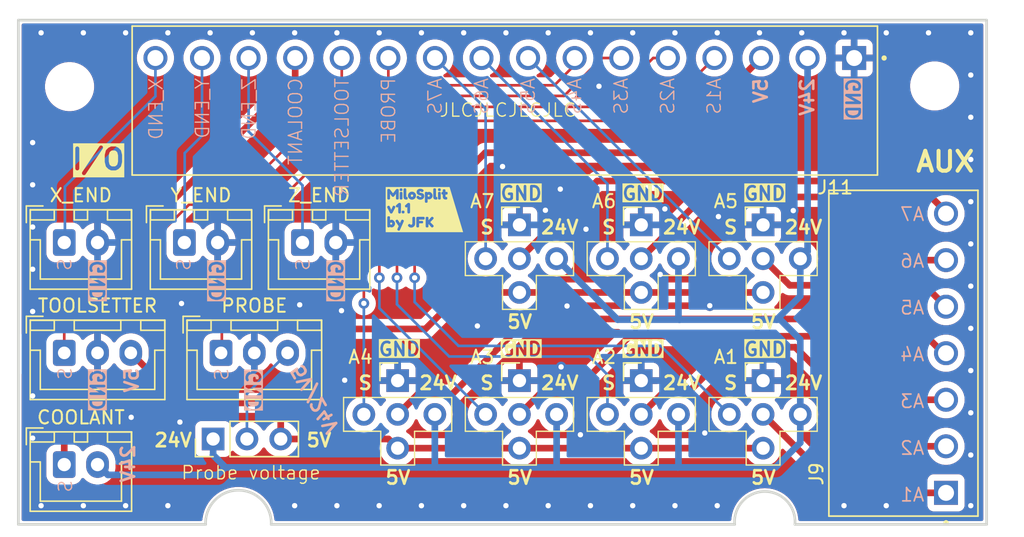
<source format=kicad_pcb>
(kicad_pcb (version 20240108) (generator "pcbnew") (generator_version "8.0")
  (layers (0 "F.Cu" signal) (31 "B.Cu" signal) (34 "B.Paste" user) (35 "F.Paste" user) (36 "B.SilkS" user "B.Silkscreen") (37 "F.SilkS" user "F.Silkscreen") (38 "B.Mask" user) (39 "F.Mask" user) (44 "Edge.Cuts" user))
  (net 0 "")
  (net 1 "GND")
  (net 2 "/Yendstop")
  (net 3 "/Coolant")
  (net 4 "/Xendstop")
  (net 5 "/Zendstop")
  (net 6 "+5V")
  (net 7 "/Toolsetter")
  (net 8 "/Probe")
  (net 9 "+24V")
  (net 10 "Net-(JP2-C)")
  (net 11 "Net-(JP1-C)")
  (net 12 "Net-(JP6-C)")
  (net 13 "Net-(JP4-C)")
  (net 14 "Net-(JP3-C)")
  (net 15 "Net-(JP5-C)")
  (net 16 "Net-(JP7-C)")
  (net 17 "Net-(JP2-IN)")
  (net 18 "Net-(JP6-IN)")
  (net 19 "Net-(JP4-IN)")
  (net 20 "Net-(JP3-IN)")
  (net 21 "Net-(JP5-IN)")
  (net 22 "Net-(JP7-IN)")
  (net 23 "Net-(JP1-IN)")
  (net 24 "Net-(J8-Pin_3)")
  (footprint "ProjectSpecificFootprints:CustomJumper_5" (layer "F.Cu") (at 49.65 47.11)
    (property "Reference" "A4" (at -2.794 -1.778 0) (layer "F.SilkS"))
    (property "Value" "Jumper_5_Open")
    (fp_text user "24V" (at 1.524 0.762 0) (layer "F.SilkS") (effects (font (thickness 0.2) (bold yes)) (justify left bottom)))
    (fp_text user "5V" (at -1.016 7.874 0) (layer "F.SilkS") (effects (font (thickness 0.2) (bold yes)) (justify left bottom)))
    (fp_text user "GND" (at -1.524 -1.778 0) (layer "F.SilkS" knockout) (effects (font (thickness 0.2) (bold yes)) (justify left bottom)))
    (fp_text user "S" (at -3.048 0.762 0) (layer "F.SilkS") (effects (font (thickness 0.2) (bold yes)) (justify left bottom)))
    (pad "1" thru_hole oval (at 0 2.54) (size 1.7 1.7) (drill 1) (layers "*.Cu" "*.Mask") (net 19 "Net-(JP4-IN)"))
    (pad "2" thru_hole rect (at 0 0) (size 1.7 1.7) (drill 1) (layers "*.Cu" "*.Mask") (net 1 "GND"))
    (pad "3" thru_hole oval (at 0 5.08) (size 1.7 1.7) (drill 1) (layers "*.Cu" "*.Mask") (net 6 "+5V"))
    (pad "4" thru_hole oval (at -2.54 2.54) (size 1.7 1.7) (drill 1) (layers "*.Cu" "*.Mask") (net 13 "Net-(JP4-C)"))
    (pad "5" thru_hole oval (at 2.794 2.54) (size 1.7 1.7) (drill 1) (layers "*.Cu" "*.Mask") (net 9 "+24V"))
  )
  (footprint "Connector_JST:JST_XH_B2B-XH-A_1x02_P2.50mm_Vertical" (layer "F.Cu") (at 24.6 53.425)
    (property "Reference" "COOLANT" (at 1.25 -3.55 0) (layer "F.SilkS"))
    (property "Value" "Coolant")
    (pad "1" thru_hole roundrect (at 0 0) (size 1.7 2) (drill 1) (layers "*.Cu" "*.Mask") (roundrect_rratio 0.147059) (net 3 "/Coolant"))
    (pad "2" thru_hole oval (at 2.5 0) (size 1.7 2) (drill 1) (layers "*.Cu" "*.Mask") (net 9 "+24V"))
  )
  (footprint "kibuzzard-67C050AC" (layer "F.Cu") (at 51.66 34.25)
    (property "Reference" "kibuzzard-67C050AC" (hide yes))
    (property "Value" "G***" (hide yes))
  )
  (footprint "ProjectSpecificFootprints:CustomJumper_5" (layer "F.Cu") (at 67.953 47.11)
    (property "Reference" "A2" (at -2.794 -1.778 0) (layer "F.SilkS"))
    (property "Value" "Jumper_5_Open")
    (fp_text user "S" (at -3.048 0.762 0) (layer "F.SilkS") (effects (font (thickness 0.2) (bold yes)) (justify left bottom)))
    (fp_text user "24V" (at 1.524 0.762 0) (layer "F.SilkS") (effects (font (thickness 0.2) (bold yes)) (justify left bottom)))
    (fp_text user "GND" (at -1.524 -1.778 0) (layer "F.SilkS" knockout) (effects (font (thickness 0.2) (bold yes)) (justify left bottom)))
    (fp_text user "5V" (at -1.016 7.874 0) (layer "F.SilkS") (effects (font (thickness 0.2) (bold yes)) (justify left bottom)))
    (pad "1" thru_hole oval (at 0 2.54) (size 1.7 1.7) (drill 1) (layers "*.Cu" "*.Mask") (net 17 "Net-(JP2-IN)"))
    (pad "2" thru_hole rect (at 0 0) (size 1.7 1.7) (drill 1) (layers "*.Cu" "*.Mask") (net 1 "GND"))
    (pad "3" thru_hole oval (at 0 5.08) (size 1.7 1.7) (drill 1) (layers "*.Cu" "*.Mask") (net 6 "+5V"))
    (pad "4" thru_hole oval (at -2.54 2.54) (size 1.7 1.7) (drill 1) (layers "*.Cu" "*.Mask") (net 10 "Net-(JP2-C)"))
    (pad "5" thru_hole oval (at 2.794 2.54) (size 1.7 1.7) (drill 1) (layers "*.Cu" "*.Mask") (net 9 "+24V"))
  )
  (footprint "Connector_PinHeader_2.54mm:PinHeader_1x03_P2.54mm_Vertical" (layer "F.Cu") (at 35.785 51.5 90)
    (property "Reference" "JP8" (hide yes))
    (property "Value" "Jumper_3_Open")
    (pad "1" thru_hole rect (at 0 0 90) (size 1.7 1.7) (drill 1) (layers "*.Cu" "*.Mask") (net 9 "+24V"))
    (pad "2" thru_hole oval (at 0 2.54 90) (size 1.7 1.7) (drill 1) (layers "*.Cu" "*.Mask") (net 24 "Net-(J8-Pin_3)"))
    (pad "3" thru_hole oval (at 0 5.08 90) (size 1.7 1.7) (drill 1) (layers "*.Cu" "*.Mask") (net 6 "+5V"))
  )
  (footprint "ProjectSpecificFootprints:CustomJumper_5" (layer "F.Cu") (at 67.953 35.4)
    (property "Reference" "A6" (at -2.794 -1.778 0) (layer "F.SilkS"))
    (property "Value" "Jumper_5_Open")
    (fp_text user "5V" (at -1.016 7.874 0) (layer "F.SilkS") (effects (font (thickness 0.2) (bold yes)) (justify left bottom)))
    (fp_text user "S" (at -3.048 0.762 0) (layer "F.SilkS") (effects (font (thickness 0.2) (bold yes)) (justify left bottom)))
    (fp_text user "24V" (at 1.524 0.762 0) (layer "F.SilkS") (effects (font (thickness 0.2) (bold yes)) (justify left bottom)))
    (fp_text user "GND" (at -1.524 -1.778 0) (layer "F.SilkS" knockout) (effects (font (thickness 0.2) (bold yes)) (justify left bottom)))
    (pad "1" thru_hole oval (at 0 2.54) (size 1.7 1.7) (drill 1) (layers "*.Cu" "*.Mask") (net 18 "Net-(JP6-IN)"))
    (pad "2" thru_hole rect (at 0 0) (size 1.7 1.7) (drill 1) (layers "*.Cu" "*.Mask") (net 1 "GND"))
    (pad "3" thru_hole oval (at 0 5.08) (size 1.7 1.7) (drill 1) (layers "*.Cu" "*.Mask") (net 6 "+5V"))
    (pad "4" thru_hole oval (at -2.54 2.54) (size 1.7 1.7) (drill 1) (layers "*.Cu" "*.Mask") (net 12 "Net-(JP6-C)"))
    (pad "5" thru_hole oval (at 2.794 2.54) (size 1.7 1.7) (drill 1) (layers "*.Cu" "*.Mask") (net 9 "+24V"))
  )
  (footprint "ProjectSpecificFootprints:CustomJumper_5" (layer "F.Cu") (at 58.8 35.4)
    (property "Reference" "A7" (at -2.794 -1.778 0) (layer "F.SilkS"))
    (property "Value" "Jumper_5_Open")
    (fp_text user "S" (at -3.048 0.762 0) (layer "F.SilkS") (effects (font (thickness 0.2) (bold yes)) (justify left bottom)))
    (fp_text user "GND" (at -1.524 -1.778 0) (layer "F.SilkS" knockout) (effects (font (thickness 0.2) (bold yes)) (justify left bottom)))
    (fp_text user "5V" (at -1.016 7.874 0) (layer "F.SilkS") (effects (font (thickness 0.2) (bold yes)) (justify left bottom)))
    (fp_text user "24V" (at 1.524 0.762 0) (layer "F.SilkS") (effects (font (thickness 0.2) (bold yes)) (justify left bottom)))
    (pad "1" thru_hole oval (at 0 2.54) (size 1.7 1.7) (drill 1) (layers "*.Cu" "*.Mask") (net 22 "Net-(JP7-IN)"))
    (pad "2" thru_hole rect (at 0 0) (size 1.7 1.7) (drill 1) (layers "*.Cu" "*.Mask") (net 1 "GND"))
    (pad "3" thru_hole oval (at 0 5.08) (size 1.7 1.7) (drill 1) (layers "*.Cu" "*.Mask") (net 6 "+5V"))
    (pad "4" thru_hole oval (at -2.54 2.54) (size 1.7 1.7) (drill 1) (layers "*.Cu" "*.Mask") (net 16 "Net-(JP7-C)"))
    (pad "5" thru_hole oval (at 2.794 2.54) (size 1.7 1.7) (drill 1) (layers "*.Cu" "*.Mask") (net 9 "+24V"))
  )
  (footprint "MountingHole:MountingHole_3.2mm_M3" (layer "F.Cu") (at 90 24.95)
    (property "Reference" "H2" (hide yes))
    (property "Value" "MountingHole")
    (pad "" np_thru_hole circle (at 0 0) (size 3.2 3.2) (drill 3.2) (layers "*.Cu" "*.Mask"))
  )
  (footprint "ProjectSpecificFootprints:CustomJumper_5" (layer "F.Cu") (at 58.8 47.11)
    (property "Reference" "A3" (at -2.794 -1.778 0) (layer "F.SilkS"))
    (property "Value" "Jumper_5_Open")
    (fp_text user "5V" (at -1.016 7.874 0) (layer "F.SilkS") (effects (font (thickness 0.2) (bold yes)) (justify left bottom)))
    (fp_text user "GND" (at -1.524 -1.778 0) (layer "F.SilkS" knockout) (effects (font (thickness 0.2) (bold yes)) (justify left bottom)))
    (fp_text user "24V" (at 1.524 0.762 0) (layer "F.SilkS") (effects (font (thickness 0.2) (bold yes)) (justify left bottom)))
    (fp_text user "S" (at -3.048 0.762 0) (layer "F.SilkS") (effects (font (thickness 0.2) (bold yes)) (justify left bottom)))
    (pad "1" thru_hole oval (at 0 2.54) (size 1.7 1.7) (drill 1) (layers "*.Cu" "*.Mask") (net 20 "Net-(JP3-IN)"))
    (pad "2" thru_hole rect (at 0 0) (size 1.7 1.7) (drill 1) (layers "*.Cu" "*.Mask") (net 1 "GND"))
    (pad "3" thru_hole oval (at 0 5.08) (size 1.7 1.7) (drill 1) (layers "*.Cu" "*.Mask") (net 6 "+5V"))
    (pad "4" thru_hole oval (at -2.54 2.54) (size 1.7 1.7) (drill 1) (layers "*.Cu" "*.Mask") (net 14 "Net-(JP3-C)"))
    (pad "5" thru_hole oval (at 2.794 2.54) (size 1.7 1.7) (drill 1) (layers "*.Cu" "*.Mask") (net 9 "+24V"))
  )
  (footprint "ProjectSpecificFootprints:CustomJumper_5" (layer "F.Cu") (at 77.106 35.4)
    (property "Reference" "A5" (at -2.794 -1.778 0) (layer "F.SilkS"))
    (property "Value" "Jumper_5_Open")
    (fp_text user "GND" (at -1.524 -1.778 0) (layer "F.SilkS" knockout) (effects (font (thickness 0.2) (bold yes)) (justify left bottom)))
    (fp_text user "24V" (at 1.524 0.762 0) (layer "F.SilkS") (effects (font (thickness 0.2) (bold yes)) (justify left bottom)))
    (fp_text user "5V" (at -1.016 7.874 0) (layer "F.SilkS") (effects (font (thickness 0.2) (bold yes)) (justify left bottom)))
    (fp_text user "S" (at -3.048 0.762 0) (layer "F.SilkS") (effects (font (thickness 0.2) (bold yes)) (justify left bottom)))
    (pad "1" thru_hole oval (at 0 2.54) (size 1.7 1.7) (drill 1) (layers "*.Cu" "*.Mask") (net 21 "Net-(JP5-IN)"))
    (pad "2" thru_hole rect (at 0 0) (size 1.7 1.7) (drill 1) (layers "*.Cu" "*.Mask") (net 1 "GND"))
    (pad "3" thru_hole oval (at 0 5.08) (size 1.7 1.7) (drill 1) (layers "*.Cu" "*.Mask") (net 6 "+5V"))
    (pad "4" thru_hole oval (at -2.54 2.54) (size 1.7 1.7) (drill 1) (layers "*.Cu" "*.Mask") (net 15 "Net-(JP5-C)"))
    (pad "5" thru_hole oval (at 2.794 2.54) (size 1.7 1.7) (drill 1) (layers "*.Cu" "*.Mask") (net 9 "+24V"))
  )
  (footprint "Connector_JST:JST_XH_B2B-XH-A_1x02_P2.50mm_Vertical" (layer "F.Cu") (at 33.625 36.725)
    (property "Reference" "Y_END" (at 1.25 -3.55 0) (layer "F.SilkS"))
    (property "Value" "Y_Endstop")
    (pad "1" thru_hole roundrect (at 0 0) (size 1.7 2) (drill 1) (layers "*.Cu" "*.Mask") (roundrect_rratio 0.147059) (net 2 "/Yendstop"))
    (pad "2" thru_hole oval (at 2.5 0) (size 1.7 2) (drill 1) (layers "*.Cu" "*.Mask") (net 1 "GND"))
  )
  (footprint "ProjectSpecificFootprints:CustomJumper_5" (layer "F.Cu") (at 77.106 47.11)
    (property "Reference" "A1" (at -2.794 -1.778 0) (layer "F.SilkS"))
    (property "Value" "Jumper_5_Open")
    (fp_text user "24V" (at 1.524 0.762 0) (layer "F.SilkS") (effects (font (thickness 0.2) (bold yes)) (justify left bottom)))
    (fp_text user "GND" (at -1.524 -1.778 0) (layer "F.SilkS" knockout) (effects (font (thickness 0.2) (bold yes)) (justify left bottom)))
    (fp_text user "S" (at -3.048 0.762 0) (layer "F.SilkS") (effects (font (thickness 0.2) (bold yes)) (justify left bottom)))
    (fp_text user "5V" (at -1.016 7.874 0) (layer "F.SilkS") (effects (font (thickness 0.2) (bold yes)) (justify left bottom)))
    (pad "1" thru_hole oval (at 0 2.54) (size 1.7 1.7) (drill 1) (layers "*.Cu" "*.Mask") (net 23 "Net-(JP1-IN)"))
    (pad "2" thru_hole rect (at 0 0) (size 1.7 1.7) (drill 1) (layers "*.Cu" "*.Mask") (net 1 "GND"))
    (pad "3" thru_hole oval (at 0 5.08) (size 1.7 1.7) (drill 1) (layers "*.Cu" "*.Mask") (net 6 "+5V"))
    (pad "4" thru_hole oval (at -2.54 2.54) (size 1.7 1.7) (drill 1) (layers "*.Cu" "*.Mask") (net 11 "Net-(JP1-C)"))
    (pad "5" thru_hole oval (at 2.794 2.54) (size 1.7 1.7) (drill 1) (layers "*.Cu" "*.Mask") (net 9 "+24V"))
  )
  (footprint "Connector_JST:JST_XH_B3B-XH-A_1x03_P2.50mm_Vertical" (layer "F.Cu") (at 24.6 45.025)
    (property "Reference" "TOOLSETTER" (at 2.5 -3.55 0) (layer "F.SilkS"))
    (property "Value" "Toolsetter")
    (pad "1" thru_hole roundrect (at 0 0) (size 1.7 1.95) (drill 0.95) (layers "*.Cu" "*.Mask") (roundrect_rratio 0.147059) (net 7 "/Toolsetter"))
    (pad "2" thru_hole oval (at 2.5 0) (size 1.7 1.95) (drill 0.95) (layers "*.Cu" "*.Mask") (net 1 "GND"))
    (pad "3" thru_hole oval (at 5 0) (size 1.7 1.95) (drill 0.95) (layers "*.Cu" "*.Mask") (net 6 "+5V"))
  )
  (footprint "MountingHole:MountingHole_3.2mm_M3" (layer "F.Cu") (at 25 25)
    (property "Reference" "H1" (hide yes))
    (property "Value" "MountingHole")
    (pad "" np_thru_hole circle (at 0 0) (size 3.2 3.2) (drill 3.2) (layers "*.Cu" "*.Mask"))
  )
  (footprint "Connector_JST:JST_XH_B2B-XH-A_1x02_P2.50mm_Vertical" (layer "F.Cu") (at 24.6 36.725)
    (property "Reference" "X_END" (at 1.25 -3.55 0) (layer "F.SilkS"))
    (property "Value" "Xmotor_endstop")
    (pad "1" thru_hole roundrect (at 0 0) (size 1.7 2) (drill 1) (layers "*.Cu" "*.Mask") (roundrect_rratio 0.147059) (net 4 "/Xendstop"))
    (pad "2" thru_hole oval (at 2.5 0) (size 1.7 2) (drill 1) (layers "*.Cu" "*.Mask") (net 1 "GND"))
  )
  (footprint "Connector_JST:JST_XH_B3B-XH-A_1x03_P2.50mm_Vertical" (layer "F.Cu") (at 36.38 45.025)
    (property "Reference" "PROBE" (at 2.5 -3.55 0) (layer "F.SilkS"))
    (property "Value" "Probe")
    (pad "1" thru_hole roundrect (at 0 0) (size 1.7 1.95) (drill 0.95) (layers "*.Cu" "*.Mask") (roundrect_rratio 0.147059) (net 8 "/Probe"))
    (pad "2" thru_hole oval (at 2.5 0) (size 1.7 1.95) (drill 0.95) (layers "*.Cu" "*.Mask") (net 1 "GND"))
    (pad "3" thru_hole oval (at 5 0) (size 1.7 1.95) (drill 0.95) (layers "*.Cu" "*.Mask") (net 24 "Net-(J8-Pin_3)"))
  )
  (footprint "Connector_JST:JST_XH_B2B-XH-A_1x02_P2.50mm_Vertical" (layer "F.Cu") (at 42.5 36.725)
    (property "Reference" "Z_END" (at 1.25 -3.55 0) (layer "F.SilkS"))
    (property "Value" "Zmotor_endstop")
    (pad "1" thru_hole roundrect (at 0 0) (size 1.7 2) (drill 1) (layers "*.Cu" "*.Mask") (roundrect_rratio 0.147059) (net 5 "/Zendstop"))
    (pad "2" thru_hole oval (at 2.5 0) (size 1.7 2) (drill 1) (layers "*.Cu" "*.Mask") (net 1 "GND"))
  )
  (footprint "ProjectSpecificFootprints:PHOENIX_1989007" (layer "F.Cu") (at 93.25 57.3 90)
    (property "Reference" "J9" (at 3.175 -12.135 90) (layer "F.SilkS"))
    (property "Value" "Additional")
    (pad "1" thru_hole rect (at 1.75 -2.4 90) (size 1.8 1.8) (drill 1.2) (layers "*.Cu" "*.Mask") (net 23 "Net-(JP1-IN)"))
    (pad "2" thru_hole circle (at 5.25 -2.4 90) (size 1.8 1.8) (drill 1.2) (layers "*.Cu" "*.Mask") (net 17 "Net-(JP2-IN)"))
    (pad "3" thru_hole circle (at 8.75 -2.4 90) (size 1.8 1.8) (drill 1.2) (layers "*.Cu" "*.Mask") (net 20 "Net-(JP3-IN)"))
    (pad "4" thru_hole circle (at 12.25 -2.4 90) (size 1.8 1.8) (drill 1.2) (layers "*.Cu" "*.Mask") (net 19 "Net-(JP4-IN)"))
    (pad "5" thru_hole circle (at 15.75 -2.4 90) (size 1.8 1.8) (drill 1.2) (layers "*.Cu" "*.Mask") (net 21 "Net-(JP5-IN)"))
    (pad "6" thru_hole circle (at 19.25 -2.4 90) (size 1.8 1.8) (drill 1.2) (layers "*.Cu" "*.Mask") (net 18 "Net-(JP6-IN)"))
    (pad "7" thru_hole circle (at 22.75 -2.4 90) (size 1.8 1.8) (drill 1.2) (layers "*.Cu" "*.Mask") (net 22 "Net-(JP7-IN)"))
  )
  (footprint "ProjectSpecificFootprints:PHOENIX_1989094" (layer "F.Cu") (at 85.7 20.45 180)
    (property "Reference" "J11" (at 3.175 -12.135 180) (layer "F.SilkS"))
    (property "Value" "1989094")
    (pad "1" thru_hole rect (at 1.75 -2.4 180) (size 1.8 1.8) (drill 1.2) (layers "*.Cu" "*.Mask") (net 1 "GND"))
    (pad "2" thru_hole circle (at 5.25 -2.4 180) (size 1.8 1.8) (drill 1.2) (layers "*.Cu" "*.Mask") (net 9 "+24V"))
    (pad "3" thru_hole circle (at 8.75 -2.4 180) (size 1.8 1.8) (drill 1.2) (layers "*.Cu" "*.Mask") (net 6 "+5V"))
    (pad "4" thru_hole circle (at 12.25 -2.4 180) (size 1.8 1.8) (drill 1.2) (layers "*.Cu" "*.Mask") (net 11 "Net-(JP1-C)"))
    (pad "5" thru_hole circle (at 15.75 -2.4 180) (size 1.8 1.8) (drill 1.2) (layers "*.Cu" "*.Mask") (net 10 "Net-(JP2-C)"))
    (pad "6" thru_hole circle (at 19.25 -2.4 180) (size 1.8 1.8) (drill 1.2) (layers "*.Cu" "*.Mask") (net 14 "Net-(JP3-C)"))
    (pad "7" thru_hole circle (at 22.75 -2.4 180) (size 1.8 1.8) (drill 1.2) (layers "*.Cu" "*.Mask") (net 13 "Net-(JP4-C)"))
    (pad "8" thru_hole circle (at 26.25 -2.4 180) (size 1.8 1.8) (drill 1.2) (layers "*.Cu" "*.Mask") (net 15 "Net-(JP5-C)"))
    (pad "9" thru_hole circle (at 29.75 -2.4 180) (size 1.8 1.8) (drill 1.2) (layers "*.Cu" "*.Mask") (net 12 "Net-(JP6-C)"))
    (pad "10" thru_hole circle (at 33.25 -2.4 180) (size 1.8 1.8) (drill 1.2) (layers "*.Cu" "*.Mask") (net 16 "Net-(JP7-C)"))
    (pad "11" thru_hole circle (at 36.75 -2.4 180) (size 1.8 1.8) (drill 1.2) (layers "*.Cu" "*.Mask") (net 8 "/Probe"))
    (pad "12" thru_hole circle (at 40.25 -2.4 180) (size 1.8 1.8) (drill 1.2) (layers "*.Cu" "*.Mask") (net 7 "/Toolsetter"))
    (pad "13" thru_hole circle (at 43.75 -2.4 180) (size 1.8 1.8) (drill 1.2) (layers "*.Cu" "*.Mask") (net 3 "/Coolant"))
    (pad "14" thru_hole circle (at 47.25 -2.4 180) (size 1.8 1.8) (drill 1.2) (layers "*.Cu" "*.Mask") (net 5 "/Zendstop"))
    (pad "15" thru_hole circle (at 50.75 -2.4 180) (size 1.8 1.8) (drill 1.2) (layers "*.Cu" "*.Mask") (net 2 "/Yendstop"))
    (pad "16" thru_hole circle (at 54.25 -2.4 180) (size 1.8 1.8) (drill 1.2) (layers "*.Cu" "*.Mask") (net 4 "/Xendstop"))
  )
  (gr_line (start 93.9 57.921083) (end 93.9 20) (stroke (width 0.2)) (layer "Edge.Cuts"))
  (gr_arc (start 74.973379 57.921083) (mid 77.235515 55.450007) (end 79.497866 57.920895) (stroke (width 0.2)) (layer "Edge.Cuts"))
  (gr_line (start 35.221277 57.922263) (end 21.15 57.921083) (stroke (width 0.2)) (layer "Edge.Cuts"))
  (gr_line (start 93.9 57.921083) (end 79.497866 57.920895) (stroke (width 0.2)) (layer "Edge.Cuts"))
  (gr_line (start 21.15 20) (end 93.9 20) (stroke (width 0.2)) (layer "Edge.Cuts"))
  (gr_line (start 21.15 20) (end 21.15 57.921083) (stroke (width 0.2)) (layer "Edge.Cuts"))
  (gr_line (start 74.973379 57.921083) (end 40.149999 57.921083) (stroke (width 0.2)) (layer "Edge.Cuts"))
  (gr_arc (start 35.221277 57.922263) (mid 37.685019 55.354653) (end 40.149999 57.921083) (stroke (width 0.2)) (layer "Edge.Cuts"))
  (gr_text "S" (at 37.02 46.1 90) (layer "B.SilkS") (effects (font (size 1 1) (thickness 0.1)) (justify left bottom mirror)))
  (gr_text "A5" (at 89.3 42.216666 0) (layer "B.SilkS") (effects (font (size 1 1) (thickness 0.125)) (justify left bottom mirror)))
  (gr_text "S" (at 34.175 37.838889 90) (layer "B.SilkS") (effects (font (size 1 1) (thickness 0.1)) (justify left bottom mirror)))
  (gr_text "PROBE" (at 49.55 24.275 90) (layer "B.SilkS") (effects (font (size 1 1) (thickness 0.1)) (justify left bottom mirror)))
  (gr_text "5V" (at 77.51 24.275 90) (layer "B.SilkS") (effects (font (size 1 1) (thickness 0.2) (bold yes)) (justify left bottom mirror)))
  (gr_text "S" (at 25.25 46.038889 90) (layer "B.SilkS") (effects (font (size 1 1) (thickness 0.1)) (justify left bottom mirror)))
  (gr_text "GND" (at 27.725 37.95 90) (layer "B.SilkS" knockout) (effects (font (size 1 1) (thickness 0.2) (bold yes)) (justify left bottom mirror)))
  (gr_text "Y_END" (at 35.57 24.275 90) (layer "B.SilkS") (effects (font (size 1 1) (thickness 0.1)) (justify left bottom mirror)))
  (gr_text "A2S" (at 70.52 24.275 90) (layer "B.SilkS") (effects (font (size 1 1) (thickness 0.1)) (justify left bottom mirror)))
  (gr_text "S" (at 43.125 37.838889 90) (layer "B.SilkS") (effects (font (size 1 1) (thickness 0.1)) (justify left bottom mirror)))
  (gr_text "A6S" (at 56.54 24.275 90) (layer "B.SilkS") (effects (font (size 1 1) (thickness 0.1)) (justify left bottom mirror)))
  (gr_text "A6" (at 89.3 38.7 0) (layer "B.SilkS") (effects (font (size 1 1) (thickness 0.125)) (justify left bottom mirror)))
  (gr_text "GND" (at 36.675 37.95 90) (layer "B.SilkS" knockout) (effects (font (size 1 1) (thickness 0.2) (bold yes)) (justify left bottom mirror)))
  (gr_text "A1" (at 89.3 56.283334 0) (layer "B.SilkS") (effects (font (size 1 1) (thickness 0.125)) (justify left bottom mirror)))
  (gr_text "A7" (at 89.3 35.183334 0) (layer "B.SilkS") (effects (font (size 1 1) (thickness 0.125)) (justify left bottom mirror)))
  (gr_text "TOOLSETTER\n" (at 46.055 24.275 90) (layer "B.SilkS") (effects (font (size 1 1) (thickness 0.1)) (justify left bottom mirror)))
  (gr_text "A2" (at 89.3 52.766664 0) (layer "B.SilkS") (effects (font (size 1 1) (thickness 0.125)) (justify left bottom mirror)))
  (gr_text "A4" (at 89.3 45.733332 0) (layer "B.SilkS") (effects (font (size 1 1) (thickness 0.125)) (justify left bottom mirror)))
  (gr_text "5V/24V" (at 42.48 45.63 120) (layer "B.SilkS") (effects (font (size 1 1) (thickness 0.2) (bold yes)) (justify left bottom mirror)))
  (gr_text "A4S" (at 63.53 24.275 90) (layer "B.SilkS") (effects (font (size 1 1) (thickness 0.1)) (justify left bottom mirror)))
  (gr_text "24V" (at 29.975 51.85 90) (layer "B.SilkS") (effects (font (size 1 1) (thickness 0.2) (bold yes)) (justify left bottom mirror)))
  (gr_text "S" (at 25.225 37.838889 90) (layer "B.SilkS") (effects (font (size 1 1) (thickness 0.1)) (justify left bottom mirror)))
  (gr_text "X_END" (at 32.075 24.275 90) (layer "B.SilkS") (effects (font (size 1 1) (thickness 0.1)) (justify left bottom mirror)))
  (gr_text "GND" (at 39.45 46.17 90) (layer "B.SilkS" knockout) (effects (font (size 1 1) (thickness 0.2) (bold yes)) (justify left bottom mirror)))
  (gr_text "24V" (at 81.005 24.275 90) (layer "B.SilkS") (effects (font (size 1 1) (thickness 0.2) (bold yes)) (justify left bottom mirror)))
  (gr_text "GND" (at 45.625 37.95 90) (layer "B.SilkS" knockout) (effects (font (size 1 1) (thickness 0.2) (bold yes)) (justify left bottom mirror)))
  (gr_text "5V" (at 30.25 46.038889 90) (layer "B.SilkS") (effects (font (size 1 1) (thickness 0.2) (bold yes)) (justify left bottom mirror)))
  (gr_text "COOLANT" (at 42.56 24.275 90) (layer "B.SilkS") (effects (font (size 1 1) (thickness 0.1)) (justify left bottom mirror)))
  (gr_text "A7S" (at 53.045 24.275 90) (layer "B.SilkS") (effects (font (size 1 1) (thickness 0.1)) (justify left bottom mirror)))
  (gr_text "A5S" (at 60.035 24.275 90) (layer "B.SilkS") (effects (font (size 1 1) (thickness 0.1)) (justify left bottom mirror)))
  (gr_text "GND" (at 84.5 24.275 90) (layer "B.SilkS" knockout) (effects (font (size 1 1) (thickness 0.2) (bold yes)) (justify left bottom mirror)))
  (gr_text "S" (at 25.275 54.513889 90) (layer "B.SilkS") (effects (font (size 1 1) (thickness 0.1)) (justify left bottom mirror)))
  (gr_text "GND" (at 27.725 46.15 90) (layer "B.SilkS" knockout) (effects (font (size 1 1) (thickness 0.2) (bold yes)) (justify left bottom mirror)))
  (gr_text "A1S" (at 74.015 24.275 90) (layer "B.SilkS") (effects (font (size 1 1) (thickness 0.1)) (justify left bottom mirror)))
  (gr_text "A3S" (at 67.025 24.275 90) (layer "B.SilkS") (effects (font (size 1 1) (thickness 0.1)) (justify left bottom mirror)))
  (gr_text "Z_END" (at 39.065 24.275 90) (layer "B.SilkS") (effects (font (size 1 1) (thickness 0.1)) (justify left bottom mirror)))
  (gr_text "A3" (at 89.3 49.249998 0) (layer "B.SilkS") (effects (font (size 1 1) (thickness 0.125)) (justify left bottom mirror)))
  (gr_text "AUX" (at 88.45 31.525 0) (layer "F.SilkS") (effects (font (size 1.5 1.5) (thickness 0.3) (bold yes)) (justify left bottom)))
  (gr_text "24V" (at 31.275 52.175 0) (layer "F.SilkS") (effects (font (size 1 1) (thickness 0.2) (bold yes)) (justify left bottom)))
  (gr_text "I/O" (at 25.025 31.350333 0) (layer "F.SilkS" knockout) (effects (font (size 1.5 1.5) (thickness 0.3) (bold yes)) (justify left bottom)))
  (gr_text "5V" (at 42.7 52.175 0) (layer "F.SilkS") (effects (font (size 1 1) (thickness 0.2) (bold yes)) (justify left bottom)))
  (gr_text "Probe voltage" (at 33.325 54.625 0) (layer "F.SilkS") (effects (font (size 1 1) (thickness 0.1)) (justify left bottom)))
  (gr_text "JLCJLCJLCJLC" (at 52.725 27.35 0) (layer "F.SilkS") (effects (font (size 1 1) (thickness 0.1)) (justify left bottom)))
  (via (at 32.385 56.515) (size 0.8) (drill 0.4) (layers "F.Cu" "B.Cu") (net 1))
  (via (at 55.64 43) (size 0.8) (drill 0.4) (layers "F.Cu" "B.Cu") (net 1))
  (via (at 70.485 20.955) (size 0.8) (drill 0.4) (layers "F.Cu" "B.Cu") (net 1))
  (via (at 29.21 20.955) (size 0.8) (drill 0.4) (layers "F.Cu" "B.Cu") (net 1))
  (via (at 41.91 20.955) (size 0.8) (drill 0.4) (layers "F.Cu" "B.Cu") (net 1))
  (via (at 73.1 41.475) (size 0.8) (drill 0.4) (layers "F.Cu" "B.Cu") (net 1))
  (via (at 48.26 20.955) (size 0.8) (drill 0.4) (layers "F.Cu" "B.Cu") (net 1))
  (via (at 73.66 56.515) (size 0.8) (drill 0.4) (layers "F.Cu" "B.Cu") (net 1))
  (via (at 92.71 20.955) (size 0.8) (drill 0.4) (layers "F.Cu" "B.Cu") (net 1))
  (via (at 35.56 20.955) (size 0.8) (drill 0.4) (layers "F.Cu" "B.Cu") (net 1))
  (via (at 33.29 50.23) (size 0.8) (drill 0.4) (layers "F.Cu" "B.Cu") (net 1))
  (via (at 22.225 38.735) (size 0.8) (drill 0.4) (layers "F.Cu" "B.Cu") (net 1))
  (via (at 92.71 36.83) (size 0.8) (drill 0.4) (layers "F.Cu" "B.Cu") (net 1))
  (via (at 92.71 52.705) (size 0.8) (drill 0.4) (layers "F.Cu" "B.Cu") (net 1))
  (via (at 45.67 47.08) (size 0.8) (drill 0.4) (layers "F.Cu" "B.Cu") (net 1))
  (via (at 69.375 39.125) (size 0.8) (drill 0.4) (layers "F.Cu" "B.Cu") (net 1))
  (via (at 48.26 56.515) (size 0.8) (drill 0.4) (layers "F.Cu" "B.Cu") (net 1))
  (via (at 72.725 51.05) (size 0.8) (drill 0.4) (layers "F.Cu" "B.Cu") (net 1))
  (via (at 61.87 32.71) (size 0.8) (drill 0.4) (layers "F.Cu" "B.Cu") (net 1))
  (via (at 45.085 20.955) (size 0.8) (drill 0.4) (layers "F.Cu" "B.Cu") (net 1))
  (via (at 92.71 46.355) (size 0.8) (drill 0.4) (layers "F.Cu" "B.Cu") (net 1))
  (via (at 64.135 20.955) (size 0.8) (drill 0.4) (layers "F.Cu" "B.Cu") (net 1))
  (via (at 92.71 43.18) (size 0.8) (drill 0.4) (layers "F.Cu" "B.Cu") (net 1))
  (via (at 32.385 20.955) (size 0.8) (drill 0.4) (layers "F.Cu" "B.Cu") (net 1))
  (via (at 79.375 34.325) (size 0.8) (drill 0.4) (layers "F.Cu" "B.Cu") (net 1))
  (via (at 22.225 35.56) (size 0.8) (drill 0.4) (layers "F.Cu" "B.Cu") (net 1))
  (via (at 45.43 41.85) (size 0.8) (drill 0.4) (layers "F.Cu" "B.Cu") (net 1))
  (via (at 67.31 56.515) (size 0.8) (drill 0.4) (layers "F.Cu" "B.Cu") (net 1))
  (via (at 45.085 56.515) (size 0.8) (drill 0.4) (layers "F.Cu" "B.Cu") (net 1))
  (via (at 22.225 32.385) (size 0.8) (drill 0.4) (layers "F.Cu" "B.Cu") (net 1))
  (via (at 92.71 24.13) (size 0.8) (drill 0.4) (layers "F.Cu" "B.Cu") (net 1))
  (via (at 92.71 40.005) (size 0.8) (drill 0.4) (layers "F.Cu" "B.Cu") (net 1))
  (via (at 83.185 56.515) (size 0.8) (drill 0.4) (layers "F.Cu" "B.Cu") (net 1))
  (via (at 42.29 41.41) (size 0.8) (drill 0.4) (layers "F.Cu" "B.Cu") (net 1))
  (via (at 62.375 41.5) (size 0.8) (drill 0.4) (layers "F.Cu" "B.Cu") (net 1))
  (via (at 54.61 56.515) (size 0.8) (drill 0.4) (layers "F.Cu" "B.Cu") (net 1))
  (via (at 57.785 20.955) (size 0.8) (drill 0.4) (layers "F.Cu" "B.Cu") (net 1))
  (via (at 22.225 29.21) (size 0.8) (drill 0.4) (layers "F.Cu" "B.Cu") (net 1))
  (via (at 29.63 49.87) (size 0.8) (drill 0.4) (layers "F.Cu" "B.Cu") (net 1))
  (via (at 89.535 20.955) (size 0.8) (drill 0.4) (layers "F.Cu" "B.Cu") (net 1))
  (via (at 29.21 56.515) (size 0.8) (drill 0.4) (layers "F.Cu" "B.Cu") (net 1))
  (via (at 92.71 30.48) (size 0.8) (drill 0.4) (layers "F.Cu" "B.Cu") (net 1))
  (via (at 86.36 20.955) (size 0.8) (drill 0.4) (layers "F.Cu" "B.Cu") (net 1))
  (via (at 61.93 46.08) (size 0.8) (drill 0.4) (layers "F.Cu" "B.Cu") (net 1))
  (via (at 73.75 34.775) (size 0.8) (drill 0.4) (layers "F.Cu" "B.Cu") (net 1))
  (via (at 83.185 20.955) (size 0.8) (drill 0.4) (layers "F.Cu" "B.Cu") (net 1))
  (via (at 92.71 27.305) (size 0.8) (drill 0.4) (layers "F.Cu" "B.Cu") (net 1))
  (via (at 92.71 49.53) (size 0.8) (drill 0.4) (layers "F.Cu" "B.Cu") (net 1))
  (via (at 92.71 56.515) (size 0.8) (drill 0.4) (layers "F.Cu" "B.Cu") (net 1))
  (via (at 73.66 20.955) (size 0.8) (drill 0.4) (layers "F.Cu" "B.Cu") (net 1))
  (via (at 63.8 35.725) (size 0.8) (drill 0.4) (layers "F.Cu" "B.Cu") (net 1))
  (via (at 41.91 56.515) (size 0.8) (drill 0.4) (layers "F.Cu" "B.Cu") (net 1))
  (via (at 57.53 31.01) (size 0.8) (drill 0.4) (layers "F.Cu" "B.Cu") (net 1))
  (via (at 22.225 51.435) (size 0.8) (drill 0.4) (layers "F.Cu" "B.Cu") (net 1))
  (via (at 54.61 20.955) (size 0.8) (drill 0.4) (layers "F.Cu" "B.Cu") (net 1))
  (via (at 64.135 56.515) (size 0.8) (drill 0.4) (layers "F.Cu" "B.Cu") (net 1))
  (via (at 33.41 41.31) (size 0.8) (drill 0.4) (layers "F.Cu" "B.Cu") (net 1))
  (via (at 38.735 20.955) (size 0.8) (drill 0.4) (layers "F.Cu" "B.Cu") (net 1))
  (via (at 60.96 56.515) (size 0.8) (drill 0.4) (layers "F.Cu" "B.Cu") (net 1))
  (via (at 51.435 20.955) (size 0.8) (drill 0.4) (layers "F.Cu" "B.Cu") (net 1))
  (via (at 26.035 20.955) (size 0.8) (drill 0.4) (layers "F.Cu" "B.Cu") (net 1))
  (via (at 57.785 56.515) (size 0.8) (drill 0.4) (layers "F.Cu" "B.Cu") (net 1))
  (via (at 51.435 56.515) (size 0.8) (drill 0.4) (layers "F.Cu" "B.Cu") (net 1))
  (via (at 22.225 41.91) (size 0.8) (drill 0.4) (layers "F.Cu" "B.Cu") (net 1))
  (via (at 64.775 24.975) (size 0.8) (drill 0.4) (layers "F.Cu" "B.Cu") (net 1))
  (via (at 67.31 20.955) (size 0.8) (drill 0.4) (layers "F.Cu" "B.Cu") (net 1))
  (via (at 70.485 56.515) (size 0.8) (drill 0.4) (layers "F.Cu" "B.Cu") (net 1))
  (via (at 22.86 20.955) (size 0.8) (drill 0.4) (layers "F.Cu" "B.Cu") (net 1))
  (via (at 86.36 56.515) (size 0.8) (drill 0.4) (layers "F.Cu" "B.Cu") (net 1))
  (via (at 80.01 20.955) (size 0.8) (drill 0.4) (layers "F.Cu" "B.Cu") (net 1))
  (via (at 76.835 20.955) (size 0.8) (drill 0.4) (layers "F.Cu" "B.Cu") (net 1))
  (via (at 60.96 20.955) (size 0.8) (drill 0.4) (layers "F.Cu" "B.Cu") (net 1))
  (via (at 63.38 51.18) (size 0.8) (drill 0.4) (layers "F.Cu" "B.Cu") (net 1))
  (via (at 22.225 48.26) (size 0.8) (drill 0.4) (layers "F.Cu" "B.Cu") (net 1))
  (via (at 69.725 34.2) (size 0.8) (drill 0.4) (layers "F.Cu" "B.Cu") (net 1))
  (via (at 26.035 56.515) (size 0.8) (drill 0.4) (layers "F.Cu" "B.Cu") (net 1))
  (via (at 92.71 33.655) (size 0.8) (drill 0.4) (layers "F.Cu" "B.Cu") (net 1))
  (via (at 60.75 34.3) (size 0.8) (drill 0.4) (layers "F.Cu" "B.Cu") (net 1))
  (via (at 22.86 56.515) (size 0.8) (drill 0.4) (layers "F.Cu" "B.Cu") (net 1))
  (segment (start 33.65 30) (end 33.65 36.7) (width 0.2) (layer "B.Cu") (net 2))
  (segment (start 34.95 22.85) (end 34.95 28.7) (width 0.2) (layer "B.Cu") (net 2))
  (segment (start 34.95 28.7) (end 33.65 30) (width 0.2) (layer "B.Cu") (net 2))
  (segment (start 41.95 24.38) (end 41.95 22.85) (width 0.5) (layer "F.Cu") (net 3))
  (segment (start 22.15 44.18) (end 41.95 24.38) (width 0.5) (layer "F.Cu") (net 3))
  (segment (start 24.6 48.49) (end 22.15 46.04) (width 0.5) (layer "F.Cu") (net 3))
  (segment (start 24.6 53.425) (end 24.6 48.49) (width 0.5) (layer "F.Cu") (net 3))
  (segment (start 22.15 46.04) (end 22.15 44.18) (width 0.5) (layer "F.Cu") (net 3))
  (segment (start 31.45 25.725) (end 24.65 32.525) (width 0.2) (layer "B.Cu") (net 4))
  (segment (start 24.65 32.525) (end 24.65 36.675) (width 0.2) (layer "B.Cu") (net 4))
  (segment (start 31.45 22.85) (end 31.45 25.725) (width 0.2) (layer "B.Cu") (net 4))
  (segment (start 38.45 28.375) (end 42.5 32.425) (width 0.2) (layer "B.Cu") (net 5))
  (segment (start 38.45 22.85) (end 38.45 28.375) (width 0.2) (layer "B.Cu") (net 5))
  (segment (start 42.5 32.425) (end 42.5 36.725) (width 0.2) (layer "B.Cu") (net 5))
  (segment (start 49.65 52.19) (end 77.106 52.19) (width 0.5) (layer "F.Cu") (net 6))
  (segment (start 54.725 40.48) (end 58.8 40.48) (width 0.5) (layer "F.Cu") (net 6))
  (segment (start 51.735 43.225) (end 54.48 40.48) (width 0.5) (layer "F.Cu") (net 6))
  (segment (start 40.865 49.465) (end 40.1875 48.7875) (width 0.5) (layer "F.Cu") (net 6))
  (segment (start 76.95 22.85) (end 69.825 29.975) (width 0.5) (layer "F.Cu") (net 6))
  (segment (start 58.8 40.48) (end 77.106 40.48) (width 0.5) (layer "F.Cu") (net 6))
  (segment (start 40.1875 48.7875) (end 45.75 43.225) (width 0.5) (layer "F.Cu") (net 6))
  (segment (start 56.225 29.975) (end 53.125 33.075) (width 0.5) (layer "F.Cu") (net 6))
  (segment (start 48.96 51.5) (end 49.65 52.19) (width 0.5) (layer "F.Cu") (net 6))
  (segment (start 40.865 51.5) (end 40.865 49.465) (width 0.5) (layer "F.Cu") (net 6))
  (segment (start 40.865 51.5) (end 48.96 51.5) (width 0.5) (layer "F.Cu") (net 6))
  (segment (start 33.3625 48.7875) (end 29.6 45.025) (width 0.5) (layer "F.Cu") (net 6))
  (segment (start 53.125 33.075) (end 53.125 39.125) (width 0.5) (layer "F.Cu") (net 6))
  (segment (start 54.48 40.48) (end 54.725 40.48) (width 0.5) (layer "F.Cu") (net 6))
  (segment (start 40.1875 48.7875) (end 33.3625 48.7875) (width 0.5) (layer "F.Cu") (net 6))
  (segment (start 45.75 43.225) (end 51.735 43.225) (width 0.5) (layer "F.Cu") (net 6))
  (segment (start 69.825 29.975) (end 56.225 29.975) (width 0.5) (layer "F.Cu") (net 6))
  (segment (start 53.125 39.125) (end 54.48 40.48) (width 0.5) (layer "F.Cu") (net 6))
  (segment (start 33.975 33.875) (end 24.6 43.25) (width 0.2) (layer "F.Cu") (net 7))
  (segment (start 24.6 43.25) (end 24.6 45.025) (width 0.2) (layer "F.Cu") (net 7))
  (segment (start 45.45 25.4) (end 36.975 33.875) (width 0.2) (layer "F.Cu") (net 7))
  (segment (start 36.975 33.875) (end 33.975 33.875) (width 0.2) (layer "F.Cu") (net 7))
  (segment (start 45.45 22.85) (end 45.45 25.4) (width 0.2) (layer "F.Cu") (net 7))
  (segment (start 36.44 44.965) (end 36.44 40.62) (width 0.2) (layer "F.Cu") (net 8))
  (segment (start 48.95 25.39) (end 48.95 22.85) (width 0.2) (layer "F.Cu") (net 8))
  (segment (start 36.38 45.025) (end 36.44 44.965) (width 0.2) (layer "F.Cu") (net 8))
  (segment (start 39.55 37.51) (end 39.55 34.79) (width 0.2) (layer "F.Cu") (net 8))
  (segment (start 39.55 34.79) (end 48.95 25.39) (width 0.2) (layer "F.Cu") (net 8))
  (segment (start 36.44 40.62) (end 39.55 37.51) (width 0.2) (layer "F.Cu") (net 8))
  (segment (start 61.475 53.6375) (end 70.7 53.6375) (width 0.5) (layer "B.Cu") (net 9))
  (segment (start 78.4 42.525) (end 79.9 44.025) (width 0.5) (layer "B.Cu") (net 9))
  (segment (start 52.444 53.5065) (end 52.575 53.6375) (width 0.5) (layer "B.Cu") (net 9))
  (segment (start 70.747 49.65) (end 70.747 53.5905) (width 0.5) (layer "B.Cu") (net 9))
  (segment (start 70.825 42.525) (end 78.125 42.525) (width 0.5) (layer "B.Cu") (net 9))
  (segment (start 52.444 49.65) (end 52.444 53.5065) (width 0.5) (layer "B.Cu") (net 9))
  (segment (start 35.785 51.5) (end 35.785 52.71) (width 0.5) (layer "B.Cu") (net 9))
  (segment (start 78.0375 53.6375) (end 79.9 51.775) (width 0.5) (layer "B.Cu") (net 9))
  (segment (start 61.594 37.944) (end 66.175 42.525) (width 0.5) (layer "B.Cu") (net 9))
  (segment (start 70.7 53.6375) (end 78.0375 53.6375) (width 0.5) (layer "B.Cu") (net 9))
  (segment (start 52.575 53.6375) (end 61.475 53.6375) (width 0.5) (layer "B.Cu") (net 9))
  (segment (start 52.575 53.6375) (end 37.45 53.6375) (width 0.5) (layer "B.Cu") (net 9))
  (segment (start 70.747 37.94) (end 70.747 42.447) (width 0.5) (layer "B.Cu") (net 9))
  (segment (start 80.45 22.85) (end 80.45 37.39) (width 0.5) (layer "B.Cu") (net 9))
  (segment (start 78.125 42.525) (end 78.4 42.525) (width 0.5) (layer "B.Cu") (net 9))
  (segment (start 70.747 53.5905) (end 70.7 53.6375) (width 0.5) (layer "B.Cu") (net 9))
  (segment (start 35.785 52.71) (end 36.05 52.975) (width 0.5) (layer "B.Cu") (net 9))
  (segment (start 61.594 53.5185) (end 61.475 53.6375) (width 0.5) (layer "B.Cu") (net 9))
  (segment (start 37.45 53.6375) (end 36.7125 53.6375) (width 0.5) (layer "B.Cu") (net 9))
  (segment (start 36.125 54.2) (end 27.875 54.2) (width 0.5) (layer "B.Cu") (net 9))
  (segment (start 79.9 37.94) (end 79.9 40.75) (width 0.5) (layer "B.Cu") (net 9))
  (segment (start 27.875 54.2) (end 27.1 53.425) (width 0.5) (layer "B.Cu") (net 9))
  (segment (start 70.747 42.447) (end 70.825 42.525) (width 0.5) (layer "B.Cu") (net 9))
  (segment (start 37.45 53.6375) (end 36.6875 53.6375) (width 0.5) (layer "B.Cu") (net 9))
  (segment (start 36.05 52.975) (end 36.0625 52.9875) (width 0.5) (layer "B.Cu") (net 9))
  (segment (start 36.6875 53.6375) (end 36.125 54.2) (width 0.5) (layer "B.Cu") (net 9))
  (segment (start 66.175 42.525) (end 70.825 42.525) (width 0.5) (layer "B.Cu") (net 9))
  (segment (start 36.0625 52.9875) (end 36.2125 53.1375) (width 0.5) (layer "B.Cu") (net 9))
  (segment (start 36.7125 53.6375) (end 35.785 52.71) (width 0.5) (layer "B.Cu") (net 9))
  (segment (start 79.9 49.65) (end 79.9 51.775) (width 0.5) (layer "B.Cu") (net 9))
  (segment (start 79.9 40.75) (end 78.125 42.525) (width 0.5) (layer "B.Cu") (net 9))
  (segment (start 79.9 44.025) (end 79.9 49.65) (width 0.5) (layer "B.Cu") (net 9))
  (segment (start 61.594 49.65) (end 61.594 53.5185) (width 0.5) (layer "B.Cu") (net 9))
  (segment (start 35.785 52.71) (end 36.2125 53.1375) (width 0.5) (layer "B.Cu") (net 9))
  (segment (start 36.7125 53.6375) (end 36.0625 52.9875) (width 0.5) (layer "B.Cu") (net 9))
  (segment (start 80.45 37.39) (end 79.9 37.94) (width 0.5) (layer "B.Cu") (net 9))
  (segment (start 65.175 26.525) (end 68.85 22.85) (width 0.2) (layer "F.Cu") (net 10))
  (segment (start 68.85 22.85) (end 69.95 22.85) (width 0.2) (layer "F.Cu") (net 10))
  (segment (start 54 26.525) (end 65.175 26.525) (width 0.2) (layer "F.Cu") (net 10))
  (segment (start 49.6 30.925) (end 49.6 39.375) (width 0.2) (layer "F.Cu") (net 10))
  (segment (start 54 26.525) (end 49.6 30.925) (width 0.2) (layer "F.Cu") (net 10))
  (via (at 49.6 39.375) (size 0.8) (drill 0.4) (layers "F.Cu" "B.Cu") (net 10))
  (segment (start 65.413 46.663) (end 65.413 49.65) (width 0.2) (layer "B.Cu") (net 10))
  (segment (start 49.6 39.375) (end 49.6 41.375) (width 0.2) (layer "B.Cu") (net 10))
  (segment (start 49.6 41.375) (end 53.522503 45.297503) (width 0.2) (layer "B.Cu") (net 10))
  (segment (start 53.522503 45.297503) (end 64.047503 45.297503) (width 0.2) (layer "B.Cu") (net 10))
  (segment (start 64.047503 45.297503) (end 65.413 46.663) (width 0.2) (layer "B.Cu") (net 10))
  (segment (start 68.725 27.575) (end 73.45 22.85) (width 0.2) (layer "F.Cu") (net 11))
  (segment (start 54.6 27.575) (end 68.725 27.575) (width 0.2) (layer "F.Cu") (net 11))
  (segment (start 50.925 31.25) (end 54.6 27.575) (width 0.2) (layer "F.Cu") (net 11))
  (segment (start 50.925 31.25) (end 50.925 39.375) (width 0.2) (layer "F.Cu") (net 11))
  (via (at 50.925 39.375) (size 0.8) (drill 0.4) (layers "F.Cu" "B.Cu") (net 11))
  (segment (start 50.925 39.375) (end 50.925 41.2) (width 0.2) (layer "B.Cu") (net 11))
  (segment (start 54.225 44.5) (end 69.416 44.5) (width 0.2) (layer "B.Cu") (net 11))
  (segment (start 50.925 41.2) (end 54.225 44.5) (width 0.2) (layer "B.Cu") (net 11))
  (segment (start 69.416 44.5) (end 74.566 49.65) (width 0.2) (layer "B.Cu") (net 11))
  (segment (start 65.413 32.313) (end 65.413 37.94) (width 0.2) (layer "B.Cu") (net 12))
  (segment (start 55.95 22.85) (end 65.413 32.313) (width 0.2) (layer "B.Cu") (net 12))
  (segment (start 47.125 30.45) (end 52.675 24.9) (width 0.2) (layer "F.Cu") (net 13))
  (segment (start 61.425 24.9) (end 62.95 23.375) (width 0.2) (layer "F.Cu") (net 13))
  (segment (start 52.675 24.9) (end 61.425 24.9) (width 0.2) (layer "F.Cu") (net 13))
  (segment (start 47.11 41.3) (end 47.11 31.04) (width 0.2) (layer "F.Cu") (net 13))
  (segment (start 47.125 31.025) (end 47.125 30.45) (width 0.2) (layer "F.Cu") (net 13))
  (segment (start 47.11 31.04) (end 47.125 31.025) (width 0.2) (layer "F.Cu") (net 13))
  (via (at 47.11 41.3) (size 0.8) (drill 0.4) (layers "F.Cu" "B.Cu") (net 13))
  (segment (start 47.11 49.65) (end 47.11 41.3) (width 0.2) (layer "B.Cu") (net 13))
  (segment (start 48.275 30.85) (end 53.425 25.7) (width 0.2) (layer "F.Cu") (net 14))
  (segment (start 62.15 25.7) (end 65 22.85) (width 0.2) (layer "F.Cu") (net 14))
  (segment (start 66.45 22.85) (end 65 22.85) (width 0.2) (layer "F.Cu") (net 14))
  (segment (start 53.425 25.7) (end 62.15 25.7) (width 0.2) (layer "F.Cu") (net 14))
  (segment (start 48.275 30.85) (end 48.275 39.375) (width 0.2) (layer "F.Cu") (net 14))
  (via (at 48.275 39.375) (size 0.8) (drill 0.4) (layers "F.Cu" "B.Cu") (net 14))
  (segment (start 48.275 41.665) (end 56.26 49.65) (width 0.2) (layer "B.Cu") (net 14))
  (segment (start 48.275 39.375) (end 48.275 41.665) (width 0.2) (layer "B.Cu") (net 14))
  (segment (start 59.45 22.85) (end 74.54 37.94) (width 0.2) (layer "B.Cu") (net 15))
  (segment (start 52.45 22.85) (end 56.26 26.66) (width 0.2) (layer "B.Cu") (net 16))
  (segment (start 56.26 26.66) (end 56.26 37.94) (width 0.2) (layer "B.Cu") (net 16))
  (segment (start 71.575 47.9) (end 74.875 44.6) (width 0.5) (layer "F.Cu") (net 17))
  (segment (start 69.703 47.9) (end 71.575 47.9) (width 0.5) (layer "F.Cu") (net 17))
  (segment (start 79.525 44.6) (end 86.975 52.05) (width 0.5) (layer "F.Cu") (net 17))
  (segment (start 86.975 52.05) (end 90.85 52.05) (width 0.5) (layer "F.Cu") (net 17))
  (segment (start 67.953 49.65) (end 69.703 47.9) (width 0.5) (layer "F.Cu") (net 17))
  (segment (start 74.875 44.6) (end 79.525 44.6) (width 0.5) (layer "F.Cu") (net 17))
  (segment (start 72.593 33.3) (end 67.953 37.94) (width 0.5) (layer "F.Cu") (net 18))
  (segment (start 81.675 33.3) (end 72.593 33.3) (width 0.5) (layer "F.Cu") (net 18))
  (segment (start 90.85 38.05) (end 86.425 38.05) (width 0.5) (layer "F.Cu") (net 18))
  (segment (start 86.425 38.05) (end 81.675 33.3) (width 0.5) (layer "F.Cu") (net 18))
  (segment (start 88.1 42.475) (end 88.1 42.5) (width 0.5) (layer "F.Cu") (net 19))
  (segment (start 88.1 42.5) (end 90.65 45.05) (width 0.5) (layer "F.Cu") (net 19))
  (segment (start 49.65 49.65) (end 51.15 48.15) (width 0.5) (layer "F.Cu") (net 19))
  (segment (start 59.4 42.475) (end 88.1 42.475) (width 0.5) (layer "F.Cu") (net 19))
  (segment (start 51.15 48.15) (end 53.725 48.15) (width 0.5) (layer "F.Cu") (net 19))
  (segment (start 53.725 48.15) (end 59.4 42.475) (width 0.5) (layer "F.Cu") (net 19))
  (segment (start 62.7 48.15) (end 67.075 43.775) (width 0.5) (layer "F.Cu") (net 20))
  (segment (start 67.075 43.775) (end 83.425 43.775) (width 0.5) (layer "F.Cu") (net 20))
  (segment (start 60.3 48.15) (end 62.7 48.15) (width 0.5) (layer "F.Cu") (net 20))
  (segment (start 83.425 43.775) (end 88.2 48.55) (width 0.5) (layer "F.Cu") (net 20))
  (segment (start 58.8 49.65) (end 60.3 48.15) (width 0.5) (layer "F.Cu") (net 20))
  (segment (start 88.2 48.55) (end 90.85 48.55) (width 0.5) (layer "F.Cu") (net 20))
  (segment (start 89.242 39.942) (end 79.108 39.942) (width 0.5) (layer "F.Cu") (net 21))
  (segment (start 79.108 39.942) (end 77.106 37.94) (width 0.5) (layer "F.Cu") (net 21))
  (segment (start 90.85 41.55) (end 89.242 39.942) (width 0.5) (layer "F.Cu") (net 21))
  (segment (start 64.64 32.1) (end 58.8 37.94) (width 0.5) (layer "F.Cu") (net 22))
  (segment (start 90.85 34.425) (end 88.525 32.1) (width 0.5) (layer "F.Cu") (net 22))
  (segment (start 88.525 32.1) (end 64.64 32.1) (width 0.5) (layer "F.Cu") (net 22))
  (segment (start 83.006 55.55) (end 77.106 49.65) (width 0.5) (layer "F.Cu") (net 23))
  (segment (start 90.85 55.55) (end 83.006 55.55) (width 0.5) (layer "F.Cu") (net 23))
  (segment (start 38.325 48.085) (end 41.38 45.03) (width 0.2) (layer "B.Cu") (net 24))
  (segment (start 38.325 51.5) (end 38.325 48.085) (width 0.2) (layer "B.Cu") (net 24))
  (segment (start 41.38 45.03) (end 41.38 45.025) (width 0.2) (layer "B.Cu") (net 24))
  (zone (net 1) (net_name "GND") (layer "F.Cu") (connect_pads (clearance 0.5)) (min_thickness 0.25) (fill yes (thermal_gap 0.5) (thermal_bridge_width 0.5))
    (polygon (pts (xy 20.3 58.75) (xy 20.425 19.325) (xy 95.225 19.325) (xy 95.075 58.525)))
  )
  (zone (net 1) (net_name "GND") (layer "B.Cu") (priority 1) (connect_pads (clearance 0.5)) (min_thickness 0.25) (fill yes (thermal_gap 0.5) (thermal_bridge_width 0.5))
    (polygon (pts (xy 20.675 57.975) (xy 20.825 19.275) (xy 96.725 19.35) (xy 95.5 58.825) (xy 20.475 57.9)))
  )
)
</source>
